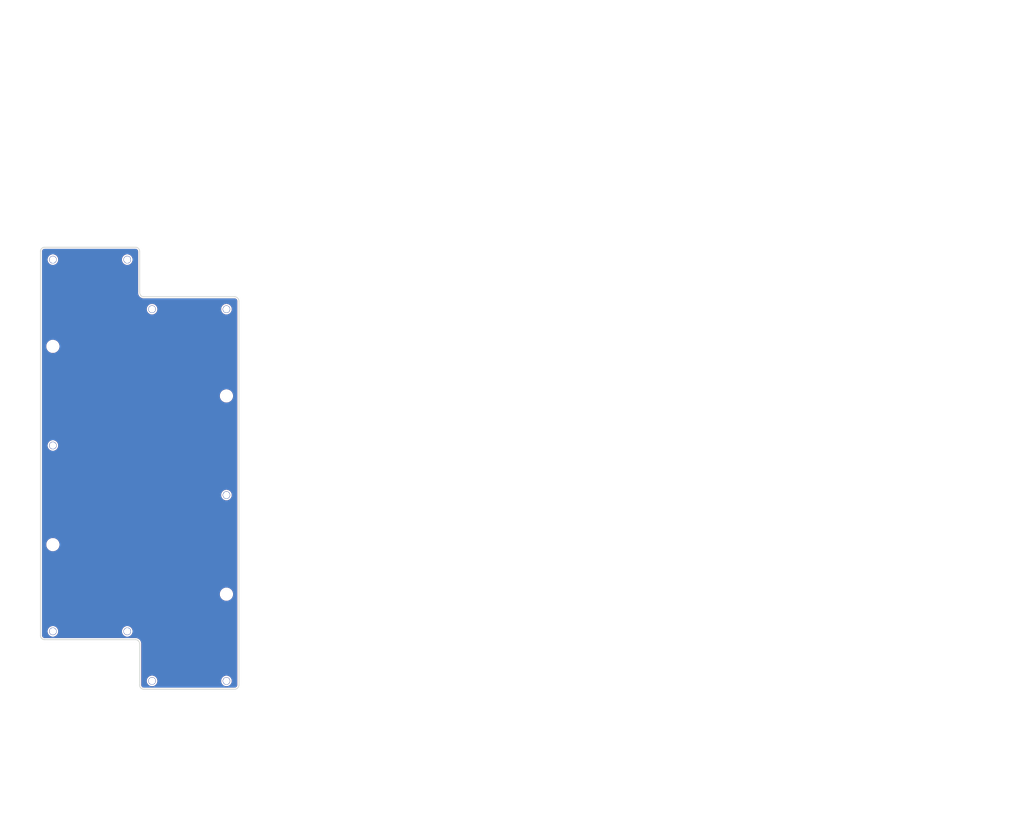
<source format=kicad_pcb>
(kicad_pcb (version 20210228) (generator pcbnew)
  (title_block (rev "1") (company "@e3w2q"))
  (layers (0 "F.Cu" signal) (31 "B.Cu" signal) (34 "B.Paste" user) (35 "F.Paste" user) (36 "B.SilkS" user "B.Silkscreen") (37 "F.SilkS" user "F.Silkscreen") (38 "B.Mask" user) (39 "F.Mask" user) (44 "Edge.Cuts" user))
  (net 0 "")
  (footprint "#footprint:M2_Hole" (layer "F.Cu") (at 22.854409 97.863734)
    (fp_text reference "H13" hide)
    (fp_text value "MountingHole" hide)
    (pad "" np_thru_hole circle (at 0 0) (size 1.95 1.95) (drill 1.95) (layers F&B.Cu *.Mask))
  )
  (footprint "" (layer "F.Cu") (at 22.854409 114.532434)
    (fp_text reference "" (at 0 0) (layer "F.SilkS") (effects (font (size 1.27 1.27))))
    (fp_text value "" (at 0 0) (layer "F.SilkS") (effects (font (size 1.27 1.27))))
    (pad "" thru_hole circle (at 0 0) (size 1.43 1.43) (drill 1.28) (layers *.Cu *.Mask))
  )
  (footprint "" (layer "F.Cu") (at 41.904409 124.057434)
    (fp_text reference "" (at 0 0) (layer "F.SilkS") (effects (font (size 1.27 1.27))))
    (fp_text value "" (at 0 0) (layer "F.SilkS") (effects (font (size 1.27 1.27))))
    (pad "" thru_hole circle (at 0 0) (size 1.43 1.43) (drill 1.28) (layers *.Cu *.Mask))
  )
  (footprint "#footprint:M1.4_tapping_Hole_rev2" (layer "F.Cu") (at 41.904359 52.619984)
    (fp_text reference "H33" hide)
    (fp_text value "MountingHole" hide)
    (pad "" thru_hole circle (at 0 0) (size 1.43 1.43) (drill 1.28) (layers *.Cu *.Mask))
  )
  (footprint "#footprint:M2_Hole" (layer "F.Cu") (at 56.191909 69.288734)
    (fp_text reference "H11" hide)
    (fp_text value "MountingHole" hide)
    (pad "" np_thru_hole circle (at 0 0) (size 1.95 1.95) (drill 1.95) (layers F&B.Cu *.Mask))
  )
  (footprint "#footprint:M1.4_tapping_Hole_rev2" (layer "F.Cu") (at 56.191909 52.619934)
    (fp_text reference "H35" hide)
    (fp_text value "MountingHole" hide)
    (pad "" thru_hole circle (at 0 0) (size 1.43 1.43) (drill 1.28) (layers *.Cu *.Mask))
  )
  (footprint "#footprint:M1.4_tapping_Hole_rev2" (layer "F.Cu") (at 56.191909 124.057434)
    (fp_text reference "H47" hide)
    (fp_text value "MountingHole" hide)
    (pad "" thru_hole circle (at 0 0) (size 1.43 1.43) (drill 1.28) (layers *.Cu *.Mask))
  )
  (footprint "#footprint:M1.4_tapping_Hole_rev2" (layer "F.Cu") (at 37.141859 114.532484)
    (fp_text reference "H45" hide)
    (fp_text value "MountingHole" hide)
    (pad "" thru_hole circle (at 0 0) (size 1.43 1.43) (drill 1.28) (layers *.Cu *.Mask))
  )
  (footprint "#footprint:M1.4_tapping_Hole_rev2" (layer "F.Cu") (at 56.192117 88.338854)
    (fp_text reference "H123" hide)
    (fp_text value "MountingHole" hide)
    (pad "" thru_hole circle (at 0 0) (size 1.43 1.43) (drill 1.28) (layers *.Cu *.Mask))
  )
  (footprint "#footprint:M2_Hole" (layer "F.Cu") (at 22.854409 59.763734)
    (fp_text reference "H14" hide)
    (fp_text value "MountingHole" hide)
    (pad "" np_thru_hole circle (at 0 0) (size 1.95 1.95) (drill 1.95) (layers F&B.Cu *.Mask))
  )
  (footprint "#footprint:M1.4_tapping_Hole_rev2" (layer "F.Cu") (at 37.141859 43.094984)
    (fp_text reference "H32" hide)
    (fp_text value "MountingHole" hide)
    (pad "" thru_hole circle (at 0 0) (size 1.43 1.43) (drill 1.28) (layers *.Cu *.Mask))
  )
  (footprint "#footprint:M2_Hole" (layer "F.Cu") (at 56.191909 107.388734)
    (fp_text reference "H12" hide)
    (fp_text value "MountingHole" hide)
    (pad "" np_thru_hole circle (at 0 0) (size 1.95 1.95) (drill 1.95) (layers F&B.Cu *.Mask))
  )
  (footprint "" (layer "F.Cu") (at 22.854409 43.094934)
    (fp_text reference "" (at 0 0) (layer "F.SilkS") (effects (font (size 1.27 1.27))))
    (fp_text value "" (at 0 0) (layer "F.SilkS") (effects (font (size 1.27 1.27))))
    (pad "" thru_hole circle (at 0 0) (size 1.43 1.43) (drill 1.28) (layers *.Cu *.Mask))
  )
  (footprint "" (layer "F.Cu") (at 22.854359 78.813734)
    (fp_text reference "" (at 0 0) (layer "F.SilkS") (effects (font (size 1.27 1.27))))
    (fp_text value "" (at 0 0) (layer "F.SilkS") (effects (font (size 1.27 1.27))))
    (pad "" thru_hole circle (at 0 0) (size 1.43 1.43) (drill 1.28) (layers *.Cu *.Mask))
  )
  (gr_line (start 58.573109 51.032484) (end 58.573109 124.851234) (layer "Edge.Cuts") (width 0.15))
  (gr_line (start 39.523109 41.507484) (end 39.523109 49.444984) (layer "Edge.Cuts") (width 0.15))
  (gr_arc (start 38.729359 116.913734) (end 39.523109 116.913734) (angle -90) (layer "Edge.Cuts") (width 0.15))
  (gr_arc (start 57.779359 124.851234) (end 58.573109 124.851234) (angle 90) (layer "Edge.Cuts") (width 0.15))
  (gr_arc (start 38.729359 41.507484) (end 39.523109 41.507484) (angle -90) (layer "Edge.Cuts") (width 0.15))
  (gr_line (start 38.729359 40.713734) (end 21.266859 40.713734) (layer "Edge.Cuts") (width 0.15))
  (gr_arc (start 21.266859 115.326234) (end 20.473109 115.326234) (angle -90) (layer "Edge.Cuts") (width 0.15))
  (gr_arc (start 21.266859 41.507484) (end 21.266859 40.713734) (angle -90) (layer "Edge.Cuts") (width 0.15))
  (gr_arc (start 57.779359 51.032484) (end 57.779359 50.238734) (angle 90) (layer "Edge.Cuts") (width 0.15))
  (gr_line (start 38.729359 116.119984) (end 21.266859 116.119984) (layer "Edge.Cuts") (width 0.15))
  (gr_line (start 57.779359 50.238734) (end 40.316859 50.238734) (layer "Edge.Cuts") (width 0.15))
  (gr_line (start 20.473109 41.507484) (end 20.473109 115.326234) (layer "Edge.Cuts") (width 0.15))
  (gr_line (start 39.523109 124.851234) (end 39.523109 116.913734) (layer "Edge.Cuts") (width 0.15))
  (gr_arc (start 40.316859 49.444984) (end 39.523109 49.444984) (angle -90) (layer "Edge.Cuts") (width 0.15))
  (gr_line (start 40.316859 125.644984) (end 57.779359 125.644984) (layer "Edge.Cuts") (width 0.15))
  (gr_arc (start 40.316859 124.851234) (end 39.523109 124.851234) (angle -90) (layer "Edge.Cuts") (width 0.15))
  (zone (net 0) (net_name "") (layers F&B.Cu) (connect_pads (clearance 0.3)) (min_thickness 0.254) (fill yes (thermal_gap 0.508) (thermal_bridge_width 0.508))
    (polygon (pts (xy 169.771875 154.627175) (xy 12.7 154.627175) (xy 12.7 34.464675) (xy 169.771875 34.464675)))
  )
)
</source>
